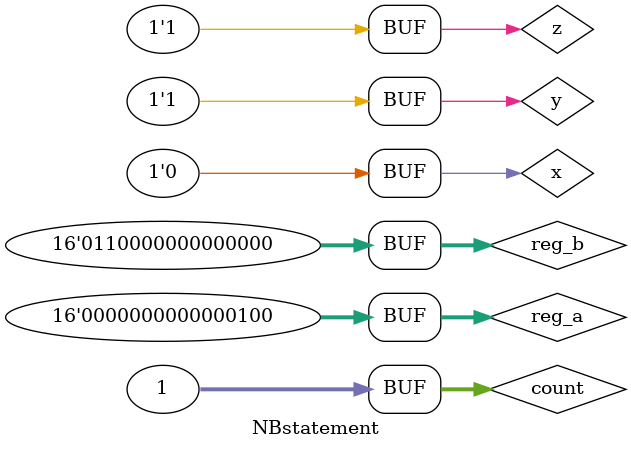
<source format=v>
module NBstatement;
reg x,y,z;
reg [15:0] reg_a , reg_b;
integer count;

//Non blocking statements donot blocks the delays and other things while simulating like blocking do.
//every statement will operate on its preferd time and with mentioned delay. 


initial begin
x = 0; y = 1; z = 1;
count = 32'b0;
reg_a = 16'b0; reg_b = reg_a;
 reg_a[2] <= #15  1'b1;
reg_b[15:13] <= #10   {x,y,z};
count <= count + 32'b1;
end
endmodule

</source>
